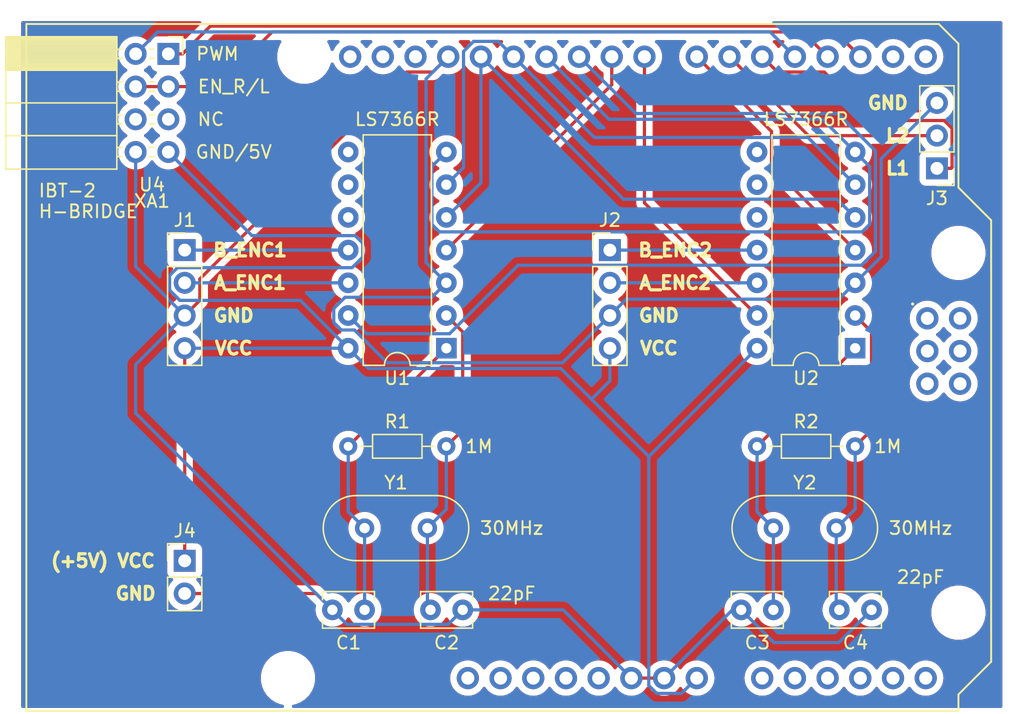
<source format=kicad_pcb>
(kicad_pcb (version 20171130) (host pcbnew "(5.1.4-0-10_14)")
  (layers (0 F.Cu signal) (31 B.Cu signal) (34 B.Paste user) (35 F.Paste user) (36 B.SilkS user) (37 F.SilkS user) (38 B.Mask user) (39 F.Mask user) (44 Edge.Cuts user))
  (net 0 "")
  (net 1 GND)
  (net 2 "Net-(C1-Pad1)")
  (net 3 "Net-(C2-Pad2)")
  (net 4 "Net-(C3-Pad1)")
  (net 5 "Net-(C4-Pad2)")
  (net 6 +5V)
  (net 7 MOSI)
  (net 8 EN_ENC1)
  (net 9 MISO)
  (net 10 A_ENC1)
  (net 11 SCK)
  (net 12 B_ENC1)
  (net 13 SS_ENC1)
  (net 14 "Net-(U1-Pad10)")
  (net 15 "Net-(U1-Pad9)")
  (net 16 "Net-(U1-Pad8)")
  (net 17 EN_ENC2)
  (net 18 A_ENC2)
  (net 19 B_ENC2)
  (net 20 "Net-(U2-Pad10)")
  (net 21 "Net-(U2-Pad9)")
  (net 22 "Net-(U2-Pad8)")
  (net 23 SS_ENC2)
  (net 24 LIMIT_2)
  (net 25 LIMIT_1)
  (net 26 PWM)
  (net 27 EN_PWM_R)
  (net 28 EN_PWM_L)
  (net 29 "Net-(U4-Pad6)")
  (net 30 "Net-(U4-Pad5)")
  (net 31 "Net-(XA1-PadMISO)")
  (net 32 "Net-(XA1-PadA5)")
  (net 33 "Net-(XA1-PadA4)")
  (net 34 "Net-(XA1-PadA3)")
  (net 35 "Net-(XA1-PadA2)")
  (net 36 "Net-(XA1-PadA1)")
  (net 37 "Net-(XA1-PadAREF)")
  (net 38 "Net-(XA1-PadSDA)")
  (net 39 "Net-(XA1-PadSCL)")
  (net 40 "Net-(XA1-PadD1)")
  (net 41 "Net-(XA1-PadD0)")
  (net 42 "Net-(XA1-PadIORF)")
  (net 43 "Net-(XA1-PadRST1)")
  (net 44 "Net-(XA1-Pad3V3)")
  (net 45 "Net-(XA1-Pad5V1)")
  (net 46 "Net-(XA1-PadA0)")
  (net 47 "Net-(XA1-Pad5V2)")
  (net 48 "Net-(XA1-PadSCK)")
  (net 49 "Net-(XA1-PadMOSI)")
  (net 50 "Net-(XA1-PadGND4)")
  (net 51 "Net-(XA1-PadRST2)")
  (module Connector_PinHeader_2.54mm:PinHeader_1x02_P2.54mm_Vertical (layer F.Cu) (at 118.11 102.87)
    (fp_text reference J4 (at 0 -2.33) (layer F.SilkS))
    (fp_text value Conn_01x02_Male)
    (fp_line (start -1.33 -1.33) (end 0 -1.33) (layer F.SilkS) (width 0.12))
    (fp_line (start -1.33 0) (end -1.33 -1.33) (layer F.SilkS) (width 0.12))
    (fp_line (start -1.33 1.27) (end 1.33 1.27) (layer F.SilkS) (width 0.12))
    (fp_line (start 1.33 1.27) (end 1.33 3.87) (layer F.SilkS) (width 0.12))
    (fp_line (start -1.33 1.27) (end -1.33 3.87) (layer F.SilkS) (width 0.12))
    (fp_line (start -1.33 3.87) (end 1.33 3.87) (layer F.SilkS) (width 0.12))
    (pad 2 thru_hole oval (at 0 2.54) (size 1.7 1.7) (drill 1) (layers *.Cu *.Mask) (net 1 GND))
    (pad 1 thru_hole rect (at 0 0) (size 1.7 1.7) (drill 1) (layers *.Cu *.Mask) (net 6 +5V))
  )
  (module Package_DIP:DIP-14_W7.62mm (layer F.Cu) (at 170.18 86.36 180)
    (fp_text reference U2 (at 3.81 -2.33) (layer F.SilkS))
    (fp_text value LS7366R)
    (fp_line (start 6.46 -1.33) (end 4.81 -1.33) (layer F.SilkS) (width 0.12))
    (fp_line (start 6.46 16.57) (end 6.46 -1.33) (layer F.SilkS) (width 0.12))
    (fp_line (start 1.16 16.57) (end 6.46 16.57) (layer F.SilkS) (width 0.12))
    (fp_line (start 1.16 -1.33) (end 1.16 16.57) (layer F.SilkS) (width 0.12))
    (fp_line (start 2.81 -1.33) (end 1.16 -1.33) (layer F.SilkS) (width 0.12))
    (fp_arc (start 3.81 -1.33) (end 2.81 -1.33) (angle -180) (layer F.SilkS) (width 0.12))
    (pad 14 thru_hole oval (at 7.62 0 180) (size 1.6 1.6) (drill 0.8) (layers *.Cu *.Mask) (net 6 +5V))
    (pad 7 thru_hole oval (at 0 15.24 180) (size 1.6 1.6) (drill 0.8) (layers *.Cu *.Mask) (net 7 MOSI))
    (pad 13 thru_hole oval (at 7.62 2.54 180) (size 1.6 1.6) (drill 0.8) (layers *.Cu *.Mask) (net 17 EN_ENC2))
    (pad 6 thru_hole oval (at 0 12.7 180) (size 1.6 1.6) (drill 0.8) (layers *.Cu *.Mask) (net 9 MISO))
    (pad 12 thru_hole oval (at 7.62 5.08 180) (size 1.6 1.6) (drill 0.8) (layers *.Cu *.Mask) (net 18 A_ENC2))
    (pad 5 thru_hole oval (at 0 10.16 180) (size 1.6 1.6) (drill 0.8) (layers *.Cu *.Mask) (net 11 SCK))
    (pad 11 thru_hole oval (at 7.62 7.62 180) (size 1.6 1.6) (drill 0.8) (layers *.Cu *.Mask) (net 19 B_ENC2))
    (pad 4 thru_hole oval (at 0 7.62 180) (size 1.6 1.6) (drill 0.8) (layers *.Cu *.Mask) (net 23 SS_ENC2))
    (pad 10 thru_hole oval (at 7.62 10.16 180) (size 1.6 1.6) (drill 0.8) (layers *.Cu *.Mask) (net 20 "Net-(U2-Pad10)"))
    (pad 3 thru_hole oval (at 0 5.08 180) (size 1.6 1.6) (drill 0.8) (layers *.Cu *.Mask) (net 1 GND))
    (pad 9 thru_hole oval (at 7.62 12.7 180) (size 1.6 1.6) (drill 0.8) (layers *.Cu *.Mask) (net 21 "Net-(U2-Pad9)"))
    (pad 2 thru_hole oval (at 0 2.54 180) (size 1.6 1.6) (drill 0.8) (layers *.Cu *.Mask) (net 5 "Net-(C4-Pad2)"))
    (pad 8 thru_hole oval (at 7.62 15.24 180) (size 1.6 1.6) (drill 0.8) (layers *.Cu *.Mask) (net 22 "Net-(U2-Pad8)"))
    (pad 1 thru_hole rect (at 0 0 180) (size 1.6 1.6) (drill 0.8) (layers *.Cu *.Mask) (net 4 "Net-(C3-Pad1)"))
  )
  (module Arduino:Arduino_Uno_Shield (layer F.Cu) (at 112.16 114.52)
    (fp_text reference XA1 (at 3.41 -39.59) (layer F.SilkS))
    (fp_text value Galileo_Gen2_Shield)
    (fp_line (start -6.35 -53.34) (end 64.516 -53.34) (layer F.SilkS) (width 0.15))
    (fp_line (start -6.35 0) (end 66.04 0) (layer F.SilkS) (width 0.15))
    (fp_line (start 64.516 -53.34) (end 66.04 -51.816) (layer F.SilkS) (width 0.15))
    (fp_line (start 66.04 0) (end 66.04 -1.27) (layer F.SilkS) (width 0.15))
    (fp_line (start 66.04 -1.27) (end 68.58 -3.81) (layer F.SilkS) (width 0.15))
    (fp_line (start 68.58 -3.81) (end 68.58 -38.1) (layer F.SilkS) (width 0.15))
    (fp_line (start 68.58 -38.1) (end 66.04 -40.64) (layer F.SilkS) (width 0.15))
    (fp_line (start 66.04 -40.64) (end 66.04 -51.816) (layer F.SilkS) (width 0.15))
    (fp_line (start -6.35 -53.34) (end -6.35 0) (layer F.SilkS) (width 0.15))
    (fp_text user . (at 62.484 -32.004) (layer F.SilkS))
    (pad MISO thru_hole oval (at 63.627 -30.48) (size 1.7272 1.7272) (drill 1.016) (layers *.Cu *.Mask) (net 31 "Net-(XA1-PadMISO)"))
    (pad A5 thru_hole oval (at 63.5 -2.54) (size 1.7272 1.7272) (drill 1.016) (layers *.Cu *.Mask) (net 32 "Net-(XA1-PadA5)"))
    (pad A4 thru_hole oval (at 60.96 -2.54) (size 1.7272 1.7272) (drill 1.016) (layers *.Cu *.Mask) (net 33 "Net-(XA1-PadA4)"))
    (pad A3 thru_hole oval (at 58.42 -2.54) (size 1.7272 1.7272) (drill 1.016) (layers *.Cu *.Mask) (net 34 "Net-(XA1-PadA3)"))
    (pad A2 thru_hole oval (at 55.88 -2.54) (size 1.7272 1.7272) (drill 1.016) (layers *.Cu *.Mask) (net 35 "Net-(XA1-PadA2)"))
    (pad A1 thru_hole oval (at 53.34 -2.54) (size 1.7272 1.7272) (drill 1.016) (layers *.Cu *.Mask) (net 36 "Net-(XA1-PadA1)"))
    (pad "" thru_hole oval (at 27.94 -2.54) (size 1.7272 1.7272) (drill 1.016) (layers *.Cu *.Mask))
    (pad D11 thru_hole oval (at 34.036 -50.8) (size 1.7272 1.7272) (drill 1.016) (layers *.Cu *.Mask) (net 7 MOSI))
    (pad D12 thru_hole oval (at 31.496 -50.8) (size 1.7272 1.7272) (drill 1.016) (layers *.Cu *.Mask) (net 9 MISO))
    (pad D13 thru_hole oval (at 28.956 -50.8) (size 1.7272 1.7272) (drill 1.016) (layers *.Cu *.Mask) (net 11 SCK))
    (pad AREF thru_hole oval (at 23.876 -50.8) (size 1.7272 1.7272) (drill 1.016) (layers *.Cu *.Mask) (net 37 "Net-(XA1-PadAREF)"))
    (pad SDA thru_hole oval (at 21.336 -50.8) (size 1.7272 1.7272) (drill 1.016) (layers *.Cu *.Mask) (net 38 "Net-(XA1-PadSDA)"))
    (pad SCL thru_hole oval (at 18.796 -50.8) (size 1.7272 1.7272) (drill 1.016) (layers *.Cu *.Mask) (net 39 "Net-(XA1-PadSCL)"))
    (pad "" np_thru_hole circle (at 13.97 -2.54) (size 3.2 3.2) (drill 3.2) (layers *.Cu *.Mask))
    (pad "" np_thru_hole circle (at 15.24 -50.8) (size 3.2 3.2) (drill 3.2) (layers *.Cu *.Mask))
    (pad "" np_thru_hole circle (at 66.04 -35.56) (size 3.2 3.2) (drill 3.2) (layers *.Cu *.Mask))
    (pad "" np_thru_hole circle (at 66.04 -7.62) (size 3.2 3.2) (drill 3.2) (layers *.Cu *.Mask))
    (pad D10 thru_hole oval (at 36.576 -50.8) (size 1.7272 1.7272) (drill 1.016) (layers *.Cu *.Mask) (net 8 EN_ENC1))
    (pad D9 thru_hole oval (at 39.116 -50.8) (size 1.7272 1.7272) (drill 1.016) (layers *.Cu *.Mask) (net 13 SS_ENC1))
    (pad D8 thru_hole oval (at 41.656 -50.8) (size 1.7272 1.7272) (drill 1.016) (layers *.Cu *.Mask) (net 17 EN_ENC2))
    (pad GND1 thru_hole oval (at 26.416 -50.8) (size 1.7272 1.7272) (drill 1.016) (layers *.Cu *.Mask) (net 1 GND))
    (pad D7 thru_hole oval (at 45.72 -50.8) (size 1.7272 1.7272) (drill 1.016) (layers *.Cu *.Mask) (net 23 SS_ENC2))
    (pad D6 thru_hole oval (at 48.26 -50.8) (size 1.7272 1.7272) (drill 1.016) (layers *.Cu *.Mask) (net 24 LIMIT_2))
    (pad D5 thru_hole oval (at 50.8 -50.8) (size 1.7272 1.7272) (drill 1.016) (layers *.Cu *.Mask) (net 25 LIMIT_1))
    (pad D4 thru_hole oval (at 53.34 -50.8) (size 1.7272 1.7272) (drill 1.016) (layers *.Cu *.Mask) (net 28 EN_PWM_L))
    (pad D3 thru_hole oval (at 55.88 -50.8) (size 1.7272 1.7272) (drill 1.016) (layers *.Cu *.Mask) (net 26 PWM))
    (pad D2 thru_hole oval (at 58.42 -50.8) (size 1.7272 1.7272) (drill 1.016) (layers *.Cu *.Mask) (net 27 EN_PWM_R))
    (pad D1 thru_hole oval (at 60.96 -50.8) (size 1.7272 1.7272) (drill 1.016) (layers *.Cu *.Mask) (net 40 "Net-(XA1-PadD1)"))
    (pad D0 thru_hole oval (at 63.5 -50.8) (size 1.7272 1.7272) (drill 1.016) (layers *.Cu *.Mask) (net 41 "Net-(XA1-PadD0)"))
    (pad IORF thru_hole oval (at 30.48 -2.54) (size 1.7272 1.7272) (drill 1.016) (layers *.Cu *.Mask) (net 42 "Net-(XA1-PadIORF)"))
    (pad RST1 thru_hole oval (at 33.02 -2.54) (size 1.7272 1.7272) (drill 1.016) (layers *.Cu *.Mask) (net 43 "Net-(XA1-PadRST1)"))
    (pad 3V3 thru_hole oval (at 35.56 -2.54) (size 1.7272 1.7272) (drill 1.016) (layers *.Cu *.Mask) (net 44 "Net-(XA1-Pad3V3)"))
    (pad 5V1 thru_hole oval (at 38.1 -2.54) (size 1.7272 1.7272) (drill 1.016) (layers *.Cu *.Mask) (net 45 "Net-(XA1-Pad5V1)"))
    (pad GND2 thru_hole oval (at 40.64 -2.54) (size 1.7272 1.7272) (drill 1.016) (layers *.Cu *.Mask) (net 1 GND))
    (pad GND3 thru_hole oval (at 43.18 -2.54) (size 1.7272 1.7272) (drill 1.016) (layers *.Cu *.Mask) (net 1 GND))
    (pad VIN thru_hole oval (at 45.72 -2.54) (size 1.7272 1.7272) (drill 1.016) (layers *.Cu *.Mask) (net 6 +5V))
    (pad A0 thru_hole oval (at 50.8 -2.54) (size 1.7272 1.7272) (drill 1.016) (layers *.Cu *.Mask) (net 46 "Net-(XA1-PadA0)"))
    (pad 5V2 thru_hole oval (at 66.167 -30.48) (size 1.7272 1.7272) (drill 1.016) (layers *.Cu *.Mask) (net 47 "Net-(XA1-Pad5V2)"))
    (pad SCK thru_hole oval (at 63.627 -27.94) (size 1.7272 1.7272) (drill 1.016) (layers *.Cu *.Mask) (net 48 "Net-(XA1-PadSCK)"))
    (pad MOSI thru_hole oval (at 66.167 -27.94) (size 1.7272 1.7272) (drill 1.016) (layers *.Cu *.Mask) (net 49 "Net-(XA1-PadMOSI)"))
    (pad GND4 thru_hole oval (at 66.167 -25.4) (size 1.7272 1.7272) (drill 1.016) (layers *.Cu *.Mask) (net 50 "Net-(XA1-PadGND4)"))
    (pad RST2 thru_hole oval (at 63.627 -25.4) (size 1.7272 1.7272) (drill 1.016) (layers *.Cu *.Mask) (net 51 "Net-(XA1-PadRST2)"))
  )
  (module Connector_PinHeader_2.54mm:PinHeader_1x04_P2.54mm_Vertical (layer F.Cu) (at 151.13 78.74)
    (fp_text reference J2 (at 0 -2.33) (layer F.SilkS))
    (fp_text value Conn_01x04_Male)
    (fp_line (start -1.33 -1.33) (end 0 -1.33) (layer F.SilkS) (width 0.12))
    (fp_line (start -1.33 0) (end -1.33 -1.33) (layer F.SilkS) (width 0.12))
    (fp_line (start -1.33 1.27) (end 1.33 1.27) (layer F.SilkS) (width 0.12))
    (fp_line (start 1.33 1.27) (end 1.33 8.95) (layer F.SilkS) (width 0.12))
    (fp_line (start -1.33 1.27) (end -1.33 8.95) (layer F.SilkS) (width 0.12))
    (fp_line (start -1.33 8.95) (end 1.33 8.95) (layer F.SilkS) (width 0.12))
    (pad 4 thru_hole oval (at 0 7.62) (size 1.7 1.7) (drill 1) (layers *.Cu *.Mask) (net 6 +5V))
    (pad 3 thru_hole oval (at 0 5.08) (size 1.7 1.7) (drill 1) (layers *.Cu *.Mask) (net 1 GND))
    (pad 2 thru_hole oval (at 0 2.54) (size 1.7 1.7) (drill 1) (layers *.Cu *.Mask) (net 18 A_ENC2))
    (pad 1 thru_hole rect (at 0 0) (size 1.7 1.7) (drill 1) (layers *.Cu *.Mask) (net 19 B_ENC2))
  )
  (module Connector_PinHeader_2.54mm:PinHeader_1x04_P2.54mm_Vertical (layer F.Cu) (at 118.11 78.74)
    (fp_text reference J1 (at 0 -2.33) (layer F.SilkS))
    (fp_text value Conn_01x04_Male)
    (fp_line (start -1.33 -1.33) (end 0 -1.33) (layer F.SilkS) (width 0.12))
    (fp_line (start -1.33 0) (end -1.33 -1.33) (layer F.SilkS) (width 0.12))
    (fp_line (start -1.33 1.27) (end 1.33 1.27) (layer F.SilkS) (width 0.12))
    (fp_line (start 1.33 1.27) (end 1.33 8.95) (layer F.SilkS) (width 0.12))
    (fp_line (start -1.33 1.27) (end -1.33 8.95) (layer F.SilkS) (width 0.12))
    (fp_line (start -1.33 8.95) (end 1.33 8.95) (layer F.SilkS) (width 0.12))
    (pad 4 thru_hole oval (at 0 7.62) (size 1.7 1.7) (drill 1) (layers *.Cu *.Mask) (net 6 +5V))
    (pad 3 thru_hole oval (at 0 5.08) (size 1.7 1.7) (drill 1) (layers *.Cu *.Mask) (net 1 GND))
    (pad 2 thru_hole oval (at 0 2.54) (size 1.7 1.7) (drill 1) (layers *.Cu *.Mask) (net 10 A_ENC1))
    (pad 1 thru_hole rect (at 0 0) (size 1.7 1.7) (drill 1) (layers *.Cu *.Mask) (net 12 B_ENC1))
  )
  (module Connector_PinHeader_2.54mm:PinHeader_1x03_P2.54mm_Vertical (layer F.Cu) (at 176.53 72.39 180)
    (fp_text reference J3 (at 0 -2.33) (layer F.SilkS))
    (fp_text value Conn_01x03_Male)
    (fp_line (start -1.33 -1.33) (end 0 -1.33) (layer F.SilkS) (width 0.12))
    (fp_line (start -1.33 0) (end -1.33 -1.33) (layer F.SilkS) (width 0.12))
    (fp_line (start -1.33 1.27) (end 1.33 1.27) (layer F.SilkS) (width 0.12))
    (fp_line (start 1.33 1.27) (end 1.33 6.41) (layer F.SilkS) (width 0.12))
    (fp_line (start -1.33 1.27) (end -1.33 6.41) (layer F.SilkS) (width 0.12))
    (fp_line (start -1.33 6.41) (end 1.33 6.41) (layer F.SilkS) (width 0.12))
    (pad 3 thru_hole oval (at 0 5.08 180) (size 1.7 1.7) (drill 1) (layers *.Cu *.Mask) (net 1 GND))
    (pad 2 thru_hole oval (at 0 2.54 180) (size 1.7 1.7) (drill 1) (layers *.Cu *.Mask) (net 24 LIMIT_2))
    (pad 1 thru_hole rect (at 0 0 180) (size 1.7 1.7) (drill 1) (layers *.Cu *.Mask) (net 25 LIMIT_1))
  )
  (module Package_DIP:DIP-14_W7.62mm (layer F.Cu) (at 138.43 86.36 180)
    (fp_text reference U1 (at 3.81 -2.33) (layer F.SilkS))
    (fp_text value LS7366R)
    (fp_line (start 6.46 -1.33) (end 4.81 -1.33) (layer F.SilkS) (width 0.12))
    (fp_line (start 6.46 16.57) (end 6.46 -1.33) (layer F.SilkS) (width 0.12))
    (fp_line (start 1.16 16.57) (end 6.46 16.57) (layer F.SilkS) (width 0.12))
    (fp_line (start 1.16 -1.33) (end 1.16 16.57) (layer F.SilkS) (width 0.12))
    (fp_line (start 2.81 -1.33) (end 1.16 -1.33) (layer F.SilkS) (width 0.12))
    (fp_arc (start 3.81 -1.33) (end 2.81 -1.33) (angle -180) (layer F.SilkS) (width 0.12))
    (pad 14 thru_hole oval (at 7.62 0 180) (size 1.6 1.6) (drill 0.8) (layers *.Cu *.Mask) (net 6 +5V))
    (pad 7 thru_hole oval (at 0 15.24 180) (size 1.6 1.6) (drill 0.8) (layers *.Cu *.Mask) (net 7 MOSI))
    (pad 13 thru_hole oval (at 7.62 2.54 180) (size 1.6 1.6) (drill 0.8) (layers *.Cu *.Mask) (net 8 EN_ENC1))
    (pad 6 thru_hole oval (at 0 12.7 180) (size 1.6 1.6) (drill 0.8) (layers *.Cu *.Mask) (net 9 MISO))
    (pad 12 thru_hole oval (at 7.62 5.08 180) (size 1.6 1.6) (drill 0.8) (layers *.Cu *.Mask) (net 10 A_ENC1))
    (pad 5 thru_hole oval (at 0 10.16 180) (size 1.6 1.6) (drill 0.8) (layers *.Cu *.Mask) (net 11 SCK))
    (pad 11 thru_hole oval (at 7.62 7.62 180) (size 1.6 1.6) (drill 0.8) (layers *.Cu *.Mask) (net 12 B_ENC1))
    (pad 4 thru_hole oval (at 0 7.62 180) (size 1.6 1.6) (drill 0.8) (layers *.Cu *.Mask) (net 13 SS_ENC1))
    (pad 10 thru_hole oval (at 7.62 10.16 180) (size 1.6 1.6) (drill 0.8) (layers *.Cu *.Mask) (net 14 "Net-(U1-Pad10)"))
    (pad 3 thru_hole oval (at 0 5.08 180) (size 1.6 1.6) (drill 0.8) (layers *.Cu *.Mask) (net 1 GND))
    (pad 9 thru_hole oval (at 7.62 12.7 180) (size 1.6 1.6) (drill 0.8) (layers *.Cu *.Mask) (net 15 "Net-(U1-Pad9)"))
    (pad 2 thru_hole oval (at 0 2.54 180) (size 1.6 1.6) (drill 0.8) (layers *.Cu *.Mask) (net 3 "Net-(C2-Pad2)"))
    (pad 8 thru_hole oval (at 7.62 15.24 180) (size 1.6 1.6) (drill 0.8) (layers *.Cu *.Mask) (net 16 "Net-(U1-Pad8)"))
    (pad 1 thru_hole rect (at 0 0 180) (size 1.6 1.6) (drill 0.8) (layers *.Cu *.Mask) (net 2 "Net-(C1-Pad1)"))
  )
  (module Crystal:Crystal_HC49-U_Vertical (layer F.Cu) (at 163.83 100.33)
    (fp_text reference Y2 (at 2.44 -3.525) (layer F.SilkS))
    (fp_text value 30MHz)
    (fp_line (start -0.685 -2.525) (end 5.565 -2.525) (layer F.SilkS) (width 0.12))
    (fp_line (start -0.685 2.525) (end 5.565 2.525) (layer F.SilkS) (width 0.12))
    (fp_arc (start -0.685 0) (end -0.685 -2.525) (angle -180) (layer F.SilkS) (width 0.12))
    (fp_arc (start 5.565 0) (end 5.565 -2.525) (angle 180) (layer F.SilkS) (width 0.12))
    (pad 1 thru_hole circle (at 0 0) (size 1.5 1.5) (drill 0.8) (layers *.Cu *.Mask) (net 4 "Net-(C3-Pad1)"))
    (pad 2 thru_hole circle (at 4.88 0) (size 1.5 1.5) (drill 0.8) (layers *.Cu *.Mask) (net 5 "Net-(C4-Pad2)"))
  )
  (module Crystal:Crystal_HC49-U_Vertical (layer F.Cu) (at 132.08 100.33)
    (fp_text reference Y1 (at 2.44 -3.525) (layer F.SilkS))
    (fp_text value 30MHz)
    (fp_line (start -0.685 -2.525) (end 5.565 -2.525) (layer F.SilkS) (width 0.12))
    (fp_line (start -0.685 2.525) (end 5.565 2.525) (layer F.SilkS) (width 0.12))
    (fp_arc (start -0.685 0) (end -0.685 -2.525) (angle -180) (layer F.SilkS) (width 0.12))
    (fp_arc (start 5.565 0) (end 5.565 -2.525) (angle 180) (layer F.SilkS) (width 0.12))
    (pad 1 thru_hole circle (at 0 0) (size 1.5 1.5) (drill 0.8) (layers *.Cu *.Mask) (net 2 "Net-(C1-Pad1)"))
    (pad 2 thru_hole circle (at 4.88 0) (size 1.5 1.5) (drill 0.8) (layers *.Cu *.Mask) (net 3 "Net-(C2-Pad2)"))
  )
  (module Connector_PinSocket_2.54mm:PinSocket_2x04_P2.54mm_Horizontal (layer F.Cu) (at 116.84 63.5)
    (fp_text reference U4 (at -1.27 10.16) (layer F.SilkS))
    (fp_text value IBT-2)
    (fp_line (start 0 -1.33) (end 1.11 -1.33) (layer F.SilkS) (width 0.12))
    (fp_line (start 1.11 -1.33) (end 1.11 0) (layer F.SilkS) (width 0.12))
    (fp_line (start -12.63 -1.33) (end -12.63 8.95) (layer F.SilkS) (width 0.12))
    (fp_line (start -12.63 8.95) (end -4 8.95) (layer F.SilkS) (width 0.12))
    (fp_line (start -4 -1.33) (end -4 8.95) (layer F.SilkS) (width 0.12))
    (fp_line (start -12.63 -1.33) (end -4 -1.33) (layer F.SilkS) (width 0.12))
    (fp_line (start -12.63 6.35) (end -4 6.35) (layer F.SilkS) (width 0.12))
    (fp_line (start -12.63 3.81) (end -4 3.81) (layer F.SilkS) (width 0.12))
    (fp_line (start -12.63 1.27) (end -4 1.27) (layer F.SilkS) (width 0.12))
    (fp_line (start -1.49 7.98) (end -1.05 7.98) (layer F.SilkS) (width 0.12))
    (fp_line (start -4 7.98) (end -3.59 7.98) (layer F.SilkS) (width 0.12))
    (fp_line (start -1.49 7.26) (end -1.05 7.26) (layer F.SilkS) (width 0.12))
    (fp_line (start -4 7.26) (end -3.59 7.26) (layer F.SilkS) (width 0.12))
    (fp_line (start -1.49 5.44) (end -1.05 5.44) (layer F.SilkS) (width 0.12))
    (fp_line (start -4 5.44) (end -3.59 5.44) (layer F.SilkS) (width 0.12))
    (fp_line (start -1.49 4.72) (end -1.05 4.72) (layer F.SilkS) (width 0.12))
    (fp_line (start -4 4.72) (end -3.59 4.72) (layer F.SilkS) (width 0.12))
    (fp_line (start -1.49 2.9) (end -1.05 2.9) (layer F.SilkS) (width 0.12))
    (fp_line (start -4 2.9) (end -3.59 2.9) (layer F.SilkS) (width 0.12))
    (fp_line (start -1.49 2.18) (end -1.05 2.18) (layer F.SilkS) (width 0.12))
    (fp_line (start -4 2.18) (end -3.59 2.18) (layer F.SilkS) (width 0.12))
    (fp_line (start -1.49 0.36) (end -1.11 0.36) (layer F.SilkS) (width 0.12))
    (fp_line (start -4 0.36) (end -3.59 0.36) (layer F.SilkS) (width 0.12))
    (fp_line (start -1.49 -0.36) (end -1.11 -0.36) (layer F.SilkS) (width 0.12))
    (fp_line (start -4 -0.36) (end -3.59 -0.36) (layer F.SilkS) (width 0.12))
    (fp_line (start -12.63 1.1519) (end -4 1.1519) (layer F.SilkS) (width 0.12))
    (fp_line (start -12.63 1.033805) (end -4 1.033805) (layer F.SilkS) (width 0.12))
    (fp_line (start -12.63 0.91571) (end -4 0.91571) (layer F.SilkS) (width 0.12))
    (fp_line (start -12.63 0.797615) (end -4 0.797615) (layer F.SilkS) (width 0.12))
    (fp_line (start -12.63 0.67952) (end -4 0.67952) (layer F.SilkS) (width 0.12))
    (fp_line (start -12.63 0.561425) (end -4 0.561425) (layer F.SilkS) (width 0.12))
    (fp_line (start -12.63 0.44333) (end -4 0.44333) (layer F.SilkS) (width 0.12))
    (fp_line (start -12.63 0.325235) (end -4 0.325235) (layer F.SilkS) (width 0.12))
    (fp_line (start -12.63 0.20714) (end -4 0.20714) (layer F.SilkS) (width 0.12))
    (fp_line (start -12.63 0.089045) (end -4 0.089045) (layer F.SilkS) (width 0.12))
    (fp_line (start -12.63 -0.02905) (end -4 -0.02905) (layer F.SilkS) (width 0.12))
    (fp_line (start -12.63 -0.147145) (end -4 -0.147145) (layer F.SilkS) (width 0.12))
    (fp_line (start -12.63 -0.26524) (end -4 -0.26524) (layer F.SilkS) (width 0.12))
    (fp_line (start -12.63 -0.383335) (end -4 -0.383335) (layer F.SilkS) (width 0.12))
    (fp_line (start -12.63 -0.50143) (end -4 -0.50143) (layer F.SilkS) (width 0.12))
    (fp_line (start -12.63 -0.619525) (end -4 -0.619525) (layer F.SilkS) (width 0.12))
    (fp_line (start -12.63 -0.73762) (end -4 -0.73762) (layer F.SilkS) (width 0.12))
    (fp_line (start -12.63 -0.855715) (end -4 -0.855715) (layer F.SilkS) (width 0.12))
    (fp_line (start -12.63 -0.97381) (end -4 -0.97381) (layer F.SilkS) (width 0.12))
    (fp_line (start -12.63 -1.091905) (end -4 -1.091905) (layer F.SilkS) (width 0.12))
    (fp_line (start -12.63 -1.21) (end -4 -1.21) (layer F.SilkS) (width 0.12))
    (pad 8 thru_hole oval (at -2.54 7.62) (size 1.7 1.7) (drill 1) (layers *.Cu *.Mask) (net 1 GND))
    (pad 7 thru_hole oval (at 0 7.62) (size 1.7 1.7) (drill 1) (layers *.Cu *.Mask) (net 6 +5V))
    (pad 6 thru_hole oval (at -2.54 5.08) (size 1.7 1.7) (drill 1) (layers *.Cu *.Mask) (net 29 "Net-(U4-Pad6)"))
    (pad 5 thru_hole oval (at 0 5.08) (size 1.7 1.7) (drill 1) (layers *.Cu *.Mask) (net 30 "Net-(U4-Pad5)"))
    (pad 4 thru_hole oval (at -2.54 2.54) (size 1.7 1.7) (drill 1) (layers *.Cu *.Mask) (net 26 PWM))
    (pad 3 thru_hole oval (at 0 2.54) (size 1.7 1.7) (drill 1) (layers *.Cu *.Mask) (net 26 PWM))
    (pad 2 thru_hole oval (at -2.54 0) (size 1.7 1.7) (drill 1) (layers *.Cu *.Mask) (net 28 EN_PWM_L))
    (pad 1 thru_hole rect (at 0 0) (size 1.7 1.7) (drill 1) (layers *.Cu *.Mask) (net 27 EN_PWM_R))
  )
  (module Resistor_THT:R_Axial_DIN0204_L3.6mm_D1.6mm_P7.62mm_Horizontal (layer F.Cu) (at 162.56 93.98)
    (fp_text reference R2 (at 3.81 -1.92) (layer F.SilkS))
    (fp_text value 1M)
    (fp_line (start 1.89 -0.92) (end 1.89 0.92) (layer F.SilkS) (width 0.12))
    (fp_line (start 1.89 0.92) (end 5.73 0.92) (layer F.SilkS) (width 0.12))
    (fp_line (start 5.73 0.92) (end 5.73 -0.92) (layer F.SilkS) (width 0.12))
    (fp_line (start 5.73 -0.92) (end 1.89 -0.92) (layer F.SilkS) (width 0.12))
    (fp_line (start 0.94 0) (end 1.89 0) (layer F.SilkS) (width 0.12))
    (fp_line (start 6.68 0) (end 5.73 0) (layer F.SilkS) (width 0.12))
    (pad 1 thru_hole circle (at 0 0) (size 1.4 1.4) (drill 0.7) (layers *.Cu *.Mask) (net 4 "Net-(C3-Pad1)"))
    (pad 2 thru_hole oval (at 7.62 0) (size 1.4 1.4) (drill 0.7) (layers *.Cu *.Mask) (net 5 "Net-(C4-Pad2)"))
  )
  (module Resistor_THT:R_Axial_DIN0204_L3.6mm_D1.6mm_P7.62mm_Horizontal (layer F.Cu) (at 130.81 93.98)
    (fp_text reference R1 (at 3.81 -1.92) (layer F.SilkS))
    (fp_text value 1M)
    (fp_line (start 1.89 -0.92) (end 1.89 0.92) (layer F.SilkS) (width 0.12))
    (fp_line (start 1.89 0.92) (end 5.73 0.92) (layer F.SilkS) (width 0.12))
    (fp_line (start 5.73 0.92) (end 5.73 -0.92) (layer F.SilkS) (width 0.12))
    (fp_line (start 5.73 -0.92) (end 1.89 -0.92) (layer F.SilkS) (width 0.12))
    (fp_line (start 0.94 0) (end 1.89 0) (layer F.SilkS) (width 0.12))
    (fp_line (start 6.68 0) (end 5.73 0) (layer F.SilkS) (width 0.12))
    (pad 1 thru_hole circle (at 0 0) (size 1.4 1.4) (drill 0.7) (layers *.Cu *.Mask) (net 2 "Net-(C1-Pad1)"))
    (pad 2 thru_hole oval (at 7.62 0) (size 1.4 1.4) (drill 0.7) (layers *.Cu *.Mask) (net 3 "Net-(C2-Pad2)"))
  )
  (module Capacitor_THT:C_Disc_D3.8mm_W2.6mm_P2.50mm (layer F.Cu) (at 171.45 106.68 180)
    (fp_text reference C4 (at 1.25 -2.55) (layer F.SilkS))
    (fp_text value 22pF)
    (fp_line (start -0.77 -1.42) (end 3.27 -1.42) (layer F.SilkS) (width 0.12))
    (fp_line (start -0.77 1.42) (end 3.27 1.42) (layer F.SilkS) (width 0.12))
    (fp_line (start -0.77 -1.42) (end -0.77 -0.795) (layer F.SilkS) (width 0.12))
    (fp_line (start -0.77 0.795) (end -0.77 1.42) (layer F.SilkS) (width 0.12))
    (fp_line (start 3.27 -1.42) (end 3.27 -0.795) (layer F.SilkS) (width 0.12))
    (fp_line (start 3.27 0.795) (end 3.27 1.42) (layer F.SilkS) (width 0.12))
    (pad 1 thru_hole circle (at 0 0 180) (size 1.6 1.6) (drill 0.8) (layers *.Cu *.Mask) (net 1 GND))
    (pad 2 thru_hole circle (at 2.5 0 180) (size 1.6 1.6) (drill 0.8) (layers *.Cu *.Mask) (net 5 "Net-(C4-Pad2)"))
  )
  (module Capacitor_THT:C_Disc_D3.8mm_W2.6mm_P2.50mm (layer F.Cu) (at 163.83 106.68 180)
    (fp_text reference C3 (at 1.25 -2.55) (layer F.SilkS))
    (fp_text value 22pF)
    (fp_line (start -0.77 -1.42) (end 3.27 -1.42) (layer F.SilkS) (width 0.12))
    (fp_line (start -0.77 1.42) (end 3.27 1.42) (layer F.SilkS) (width 0.12))
    (fp_line (start -0.77 -1.42) (end -0.77 -0.795) (layer F.SilkS) (width 0.12))
    (fp_line (start -0.77 0.795) (end -0.77 1.42) (layer F.SilkS) (width 0.12))
    (fp_line (start 3.27 -1.42) (end 3.27 -0.795) (layer F.SilkS) (width 0.12))
    (fp_line (start 3.27 0.795) (end 3.27 1.42) (layer F.SilkS) (width 0.12))
    (pad 1 thru_hole circle (at 0 0 180) (size 1.6 1.6) (drill 0.8) (layers *.Cu *.Mask) (net 4 "Net-(C3-Pad1)"))
    (pad 2 thru_hole circle (at 2.5 0 180) (size 1.6 1.6) (drill 0.8) (layers *.Cu *.Mask) (net 1 GND))
  )
  (module Capacitor_THT:C_Disc_D3.8mm_W2.6mm_P2.50mm (layer F.Cu) (at 139.7 106.68 180)
    (fp_text reference C2 (at 1.25 -2.55) (layer F.SilkS))
    (fp_text value 22pF)
    (fp_line (start -0.77 -1.42) (end 3.27 -1.42) (layer F.SilkS) (width 0.12))
    (fp_line (start -0.77 1.42) (end 3.27 1.42) (layer F.SilkS) (width 0.12))
    (fp_line (start -0.77 -1.42) (end -0.77 -0.795) (layer F.SilkS) (width 0.12))
    (fp_line (start -0.77 0.795) (end -0.77 1.42) (layer F.SilkS) (width 0.12))
    (fp_line (start 3.27 -1.42) (end 3.27 -0.795) (layer F.SilkS) (width 0.12))
    (fp_line (start 3.27 0.795) (end 3.27 1.42) (layer F.SilkS) (width 0.12))
    (pad 1 thru_hole circle (at 0 0 180) (size 1.6 1.6) (drill 0.8) (layers *.Cu *.Mask) (net 1 GND))
    (pad 2 thru_hole circle (at 2.5 0 180) (size 1.6 1.6) (drill 0.8) (layers *.Cu *.Mask) (net 3 "Net-(C2-Pad2)"))
  )
  (module Capacitor_THT:C_Disc_D3.8mm_W2.6mm_P2.50mm (layer F.Cu) (at 132.08 106.68 180)
    (fp_text reference C1 (at 1.25 -2.55) (layer F.SilkS))
    (fp_text value 22pF)
    (fp_line (start -0.77 -1.42) (end 3.27 -1.42) (layer F.SilkS) (width 0.12))
    (fp_line (start -0.77 1.42) (end 3.27 1.42) (layer F.SilkS) (width 0.12))
    (fp_line (start -0.77 -1.42) (end -0.77 -0.795) (layer F.SilkS) (width 0.12))
    (fp_line (start -0.77 0.795) (end -0.77 1.42) (layer F.SilkS) (width 0.12))
    (fp_line (start 3.27 -1.42) (end 3.27 -0.795) (layer F.SilkS) (width 0.12))
    (fp_line (start 3.27 0.795) (end 3.27 1.42) (layer F.SilkS) (width 0.12))
    (pad 1 thru_hole circle (at 0 0 180) (size 1.6 1.6) (drill 0.8) (layers *.Cu *.Mask) (net 2 "Net-(C1-Pad1)"))
    (pad 2 thru_hole circle (at 2.5 0 180) (size 1.6 1.6) (drill 0.8) (layers *.Cu *.Mask) (net 1 GND))
  )
  (gr_text "(+5V) VCC\n" (at 111.76 102.87) (layer F.SilkS) (effects (font (size 1 1) (thickness 0.25))))
  (gr_text GND (at 114.3 105.41) (layer F.SilkS) (effects (font (size 1 1) (thickness 0.25))))
  (gr_text "IBT-2\nH-BRIDGE" (at 106.68 74.93) (layer F.SilkS) (effects (font (size 1 1)) (justify left)))
  (gr_text 22pF (at 143.51 105.41) (layer F.SilkS) (effects (font (size 1 1))))
  (gr_text 30MHz (at 143.51 100.33) (layer F.SilkS) (effects (font (size 1 1))))
  (gr_text 1M (at 140.97 93.98) (layer F.SilkS) (effects (font (size 1 1))))
  (gr_text LS7366R (at 134.62 68.58) (layer F.SilkS) (effects (font (size 1 1))))
  (gr_text GND/5V (at 121.92 71.12) (layer F.SilkS) (effects (font (size 1 1))))
  (gr_text "  NC" (at 119.38 68.58) (layer F.SilkS) (effects (font (size 1 1))))
  (gr_text EN_R/L (at 121.92 66.04) (layer F.SilkS) (effects (font (size 1 1))))
  (gr_text PWM (at 120.65 63.5) (layer F.SilkS) (effects (font (size 1 1))))
  (gr_text LS7366R (at 166.37 68.58) (layer F.SilkS) (effects (font (size 1 1))))
  (gr_text 1M (at 172.72 93.98) (layer F.SilkS) (effects (font (size 1 1))))
  (gr_text 22pF (at 175.26 104.14) (layer F.SilkS) (effects (font (size 1 1))))
  (gr_text 30MHz (at 175.26 100.33) (layer F.SilkS) (effects (font (size 1 1))))
  (gr_text B_ENC1 (at 123.19 78.74) (layer F.SilkS) (effects (font (size 1 1) (thickness 0.25))))
  (gr_text GND (at 121.92 83.82) (layer F.SilkS) (effects (font (size 1 1) (thickness 0.25))))
  (gr_text A_ENC1 (at 123.19 81.28) (layer F.SilkS) (effects (font (size 1 1) (thickness 0.25))))
  (gr_text VCC (at 121.92 86.36) (layer F.SilkS) (effects (font (size 1 1) (thickness 0.25))))
  (gr_text B_ENC2 (at 156.21 78.74) (layer F.SilkS) (effects (font (size 1 1) (thickness 0.25))))
  (gr_text A_ENC2 (at 156.21 81.28) (layer F.SilkS) (effects (font (size 1 1) (thickness 0.25))))
  (gr_text VCC (at 154.94 86.36) (layer F.SilkS) (effects (font (size 1 1) (thickness 0.25))))
  (gr_text GND (at 154.94 83.82) (layer F.SilkS) (effects (font (size 1 1) (thickness 0.25))))
  (gr_text GND (at 172.72 67.31) (layer F.SilkS) (effects (font (size 1 1) (thickness 0.25))))
  (gr_text "  L2" (at 172.72 69.85) (layer F.SilkS) (effects (font (size 1 1) (thickness 0.25))))
  (gr_text "  L1" (at 172.72 72.39) (layer F.SilkS) (effects (font (size 1 1) (thickness 0.25))))
  (segment (start 138.900001 107.479999) (end 139.7 106.68) (width 0.25) (layer B.Cu) (net 1))
  (segment (start 138.574999 107.805001) (end 138.900001 107.479999) (width 0.25) (layer B.Cu) (net 1))
  (segment (start 130.705001 107.805001) (end 138.574999 107.805001) (width 0.25) (layer B.Cu) (net 1))
  (segment (start 129.58 106.68) (end 130.705001 107.805001) (width 0.25) (layer B.Cu) (net 1))
  (segment (start 147.5 106.68) (end 152.8 111.98) (width 0.25) (layer B.Cu) (net 1))
  (segment (start 139.7 106.68) (end 147.5 106.68) (width 0.25) (layer B.Cu) (net 1))
  (segment (start 160.64 106.68) (end 161.33 106.68) (width 0.25) (layer B.Cu) (net 1))
  (segment (start 155.34 111.98) (end 160.64 106.68) (width 0.25) (layer B.Cu) (net 1))
  (segment (start 168.91 109.22) (end 170.650001 107.479999) (width 0.25) (layer B.Cu) (net 1))
  (segment (start 170.650001 107.479999) (end 171.45 106.68) (width 0.25) (layer B.Cu) (net 1))
  (segment (start 163.87 109.22) (end 168.91 109.22) (width 0.25) (layer B.Cu) (net 1))
  (segment (start 161.33 106.68) (end 163.87 109.22) (width 0.25) (layer B.Cu) (net 1))
  (segment (start 128.780001 105.880001) (end 129.58 106.68) (width 0.25) (layer B.Cu) (net 1))
  (segment (start 114.3 91.4) (end 128.780001 105.880001) (width 0.25) (layer B.Cu) (net 1))
  (segment (start 114.3 87.63) (end 114.3 91.4) (width 0.25) (layer B.Cu) (net 1))
  (segment (start 118.11 83.82) (end 114.3 87.63) (width 0.25) (layer B.Cu) (net 1))
  (segment (start 114.3 80.01) (end 118.11 83.82) (width 0.25) (layer B.Cu) (net 1))
  (segment (start 114.3 71.12) (end 114.3 80.01) (width 0.25) (layer B.Cu) (net 1))
  (segment (start 137.712401 64.583599) (end 138.576 63.72) (width 0.25) (layer B.Cu) (net 1))
  (segment (start 136.854989 65.441011) (end 137.712401 64.583599) (width 0.25) (layer B.Cu) (net 1))
  (segment (start 136.854989 79.704989) (end 136.854989 65.441011) (width 0.25) (layer B.Cu) (net 1))
  (segment (start 138.43 81.28) (end 136.854989 79.704989) (width 0.25) (layer B.Cu) (net 1))
  (segment (start 175.680001 68.159999) (end 176.53 67.31) (width 0.25) (layer B.Cu) (net 1))
  (segment (start 172.20502 79.25498) (end 172.20502 71.63498) (width 0.25) (layer B.Cu) (net 1))
  (segment (start 172.20502 71.63498) (end 175.680001 68.159999) (width 0.25) (layer B.Cu) (net 1))
  (segment (start 170.18 81.28) (end 172.20502 79.25498) (width 0.25) (layer B.Cu) (net 1))
  (segment (start 151.979999 82.970001) (end 151.13 83.82) (width 0.25) (layer B.Cu) (net 1))
  (segment (start 168.91 82.55) (end 152.4 82.55) (width 0.25) (layer B.Cu) (net 1))
  (segment (start 152.4 82.55) (end 151.979999 82.970001) (width 0.25) (layer B.Cu) (net 1))
  (segment (start 170.18 81.28) (end 168.91 82.55) (width 0.25) (layer B.Cu) (net 1))
  (segment (start 137.304999 82.405001) (end 137.630001 82.079999) (width 0.25) (layer B.Cu) (net 1))
  (segment (start 129.684999 83.279999) (end 130.559997 82.405001) (width 0.25) (layer B.Cu) (net 1))
  (segment (start 129.684999 84.360001) (end 129.684999 83.279999) (width 0.25) (layer B.Cu) (net 1))
  (segment (start 130.559997 82.405001) (end 137.304999 82.405001) (width 0.25) (layer B.Cu) (net 1))
  (segment (start 131.298591 84.945001) (end 130.269999 84.945001) (width 0.25) (layer B.Cu) (net 1))
  (segment (start 133.838591 87.485001) (end 131.298591 84.945001) (width 0.25) (layer B.Cu) (net 1))
  (segment (start 130.269999 84.945001) (end 129.684999 84.360001) (width 0.25) (layer B.Cu) (net 1))
  (segment (start 147.464999 87.485001) (end 133.838591 87.485001) (width 0.25) (layer B.Cu) (net 1))
  (segment (start 137.630001 82.079999) (end 138.43 81.28) (width 0.25) (layer B.Cu) (net 1))
  (segment (start 151.13 83.82) (end 147.464999 87.485001) (width 0.25) (layer B.Cu) (net 1))
  (segment (start 137.712401 64.583599) (end 138.576 63.72) (width 0.25) (layer F.Cu) (net 1))
  (segment (start 137.387399 64.908601) (end 137.712401 64.583599) (width 0.25) (layer F.Cu) (net 1))
  (segment (start 135.356397 64.908601) (end 137.387399 64.908601) (width 0.25) (layer F.Cu) (net 1))
  (segment (start 119.285001 80.979997) (end 135.356397 64.908601) (width 0.25) (layer F.Cu) (net 1))
  (segment (start 119.285001 82.644999) (end 119.285001 80.979997) (width 0.25) (layer F.Cu) (net 1))
  (segment (start 118.11 83.82) (end 119.285001 82.644999) (width 0.25) (layer F.Cu) (net 1))
  (segment (start 128.31 105.41) (end 129.58 106.68) (width 0.25) (layer F.Cu) (net 1))
  (segment (start 118.11 105.41) (end 128.31 105.41) (width 0.25) (layer F.Cu) (net 1))
  (segment (start 152.8 111.98) (end 155.34 111.98) (width 0.25) (layer F.Cu) (net 1))
  (segment (start 130.81 99.06) (end 132.08 100.33) (width 0.25) (layer B.Cu) (net 2))
  (segment (start 130.81 93.98) (end 130.81 99.06) (width 0.25) (layer B.Cu) (net 2))
  (segment (start 132.08 100.33) (end 132.08 106.68) (width 0.25) (layer B.Cu) (net 2))
  (segment (start 130.81 93.98) (end 138.43 86.36) (width 0.25) (layer F.Cu) (net 2))
  (segment (start 138.43 98.86) (end 136.96 100.33) (width 0.25) (layer B.Cu) (net 3))
  (segment (start 138.43 93.98) (end 138.43 98.86) (width 0.25) (layer B.Cu) (net 3))
  (segment (start 136.96 106.44) (end 137.2 106.68) (width 0.25) (layer B.Cu) (net 3))
  (segment (start 136.96 100.33) (end 136.96 106.44) (width 0.25) (layer B.Cu) (net 3))
  (segment (start 139.229999 84.619999) (end 138.43 83.82) (width 0.25) (layer F.Cu) (net 3))
  (segment (start 139.7 92.71) (end 139.7 85.09) (width 0.25) (layer F.Cu) (net 3))
  (segment (start 139.7 85.09) (end 139.229999 84.619999) (width 0.25) (layer F.Cu) (net 3))
  (segment (start 138.43 93.98) (end 139.7 92.71) (width 0.25) (layer F.Cu) (net 3))
  (segment (start 163.83 106.68) (end 163.83 100.33) (width 0.25) (layer B.Cu) (net 4))
  (segment (start 162.56 99.06) (end 163.83 100.33) (width 0.25) (layer B.Cu) (net 4))
  (segment (start 162.56 93.98) (end 162.56 99.06) (width 0.25) (layer B.Cu) (net 4))
  (segment (start 162.56 93.98) (end 170.18 86.36) (width 0.25) (layer F.Cu) (net 4))
  (segment (start 170.18 98.86) (end 168.71 100.33) (width 0.25) (layer B.Cu) (net 5))
  (segment (start 170.18 93.98) (end 170.18 98.86) (width 0.25) (layer B.Cu) (net 5))
  (segment (start 168.71 106.44) (end 168.95 106.68) (width 0.25) (layer B.Cu) (net 5))
  (segment (start 168.71 100.33) (end 168.71 106.44) (width 0.25) (layer B.Cu) (net 5))
  (segment (start 171.45 92.71) (end 171.45 85.09) (width 0.25) (layer F.Cu) (net 5))
  (segment (start 170.979999 84.619999) (end 170.18 83.82) (width 0.25) (layer F.Cu) (net 5))
  (segment (start 171.45 85.09) (end 170.979999 84.619999) (width 0.25) (layer F.Cu) (net 5))
  (segment (start 170.18 93.98) (end 171.45 92.71) (width 0.25) (layer F.Cu) (net 5))
  (segment (start 157.016401 112.843599) (end 157.88 111.98) (width 0.25) (layer B.Cu) (net 6))
  (segment (start 156.691399 113.168601) (end 157.016401 112.843599) (width 0.25) (layer B.Cu) (net 6))
  (segment (start 154.769471 113.168601) (end 156.691399 113.168601) (width 0.25) (layer B.Cu) (net 6))
  (segment (start 154.151399 112.550529) (end 154.769471 113.168601) (width 0.25) (layer B.Cu) (net 6))
  (segment (start 154.151399 94.768601) (end 154.151399 112.550529) (width 0.25) (layer B.Cu) (net 6))
  (segment (start 162.56 86.36) (end 154.151399 94.768601) (width 0.25) (layer B.Cu) (net 6))
  (segment (start 132.385011 87.935011) (end 147.317809 87.935011) (width 0.25) (layer B.Cu) (net 6))
  (segment (start 130.81 86.36) (end 132.385011 87.935011) (width 0.25) (layer B.Cu) (net 6))
  (segment (start 130.010001 85.560001) (end 130.81 86.36) (width 0.25) (layer B.Cu) (net 6))
  (segment (start 116.934999 81.844001) (end 117.735997 82.644999) (width 0.25) (layer B.Cu) (net 6))
  (segment (start 116.934999 80.715999) (end 116.934999 81.844001) (width 0.25) (layer B.Cu) (net 6))
  (segment (start 117.735997 82.644999) (end 127.094999 82.644999) (width 0.25) (layer B.Cu) (net 6))
  (segment (start 117.545999 80.104999) (end 116.934999 80.715999) (width 0.25) (layer B.Cu) (net 6))
  (segment (start 127.094999 82.644999) (end 130.010001 85.560001) (width 0.25) (layer B.Cu) (net 6))
  (segment (start 131.110003 80.104999) (end 117.545999 80.104999) (width 0.25) (layer B.Cu) (net 6))
  (segment (start 131.935001 79.280001) (end 131.110003 80.104999) (width 0.25) (layer B.Cu) (net 6))
  (segment (start 131.935001 78.199999) (end 131.935001 79.280001) (width 0.25) (layer B.Cu) (net 6))
  (segment (start 131.350001 77.614999) (end 131.935001 78.199999) (width 0.25) (layer B.Cu) (net 6))
  (segment (start 123.334999 77.614999) (end 131.350001 77.614999) (width 0.25) (layer B.Cu) (net 6))
  (segment (start 116.84 71.12) (end 123.334999 77.614999) (width 0.25) (layer B.Cu) (net 6))
  (segment (start 118.11 86.36) (end 130.81 86.36) (width 0.25) (layer B.Cu) (net 6))
  (segment (start 151.13 88.9) (end 149.706399 90.323601) (width 0.25) (layer B.Cu) (net 6))
  (segment (start 151.13 86.36) (end 151.13 88.9) (width 0.25) (layer B.Cu) (net 6))
  (segment (start 149.706399 90.323601) (end 154.151399 94.768601) (width 0.25) (layer B.Cu) (net 6))
  (segment (start 147.317809 87.935011) (end 149.706399 90.323601) (width 0.25) (layer B.Cu) (net 6))
  (segment (start 118.11 102.87) (end 118.11 86.36) (width 0.25) (layer F.Cu) (net 6))
  (segment (start 145.83 63.72) (end 146.196 63.72) (width 0.25) (layer B.Cu) (net 7))
  (segment (start 151.056 68.58) (end 146.196 63.72) (width 0.25) (layer B.Cu) (net 7))
  (segment (start 167.64 68.58) (end 151.056 68.58) (width 0.25) (layer B.Cu) (net 7))
  (segment (start 170.18 71.12) (end 167.64 68.58) (width 0.25) (layer B.Cu) (net 7))
  (segment (start 170.979999 71.919999) (end 170.18 71.12) (width 0.25) (layer B.Cu) (net 7))
  (segment (start 171.305001 76.740001) (end 171.305001 72.245001) (width 0.25) (layer B.Cu) (net 7))
  (segment (start 170.720001 77.325001) (end 171.305001 76.740001) (width 0.25) (layer B.Cu) (net 7))
  (segment (start 137.889999 77.325001) (end 170.720001 77.325001) (width 0.25) (layer B.Cu) (net 7))
  (segment (start 171.305001 72.245001) (end 170.979999 71.919999) (width 0.25) (layer B.Cu) (net 7))
  (segment (start 137.304999 76.740001) (end 137.889999 77.325001) (width 0.25) (layer B.Cu) (net 7))
  (segment (start 137.304999 72.245001) (end 137.304999 76.740001) (width 0.25) (layer B.Cu) (net 7))
  (segment (start 138.43 71.12) (end 137.304999 72.245001) (width 0.25) (layer B.Cu) (net 7))
  (segment (start 171.75501 78.829992) (end 171.75501 71.030008) (width 0.25) (layer B.Cu) (net 8))
  (segment (start 170.670001 79.915001) (end 171.75501 78.829992) (width 0.25) (layer B.Cu) (net 8))
  (segment (start 144.000001 79.915001) (end 170.670001 79.915001) (width 0.25) (layer B.Cu) (net 8))
  (segment (start 138.680003 85.234999) (end 144.000001 79.915001) (width 0.25) (layer B.Cu) (net 8))
  (segment (start 132.224999 85.234999) (end 138.680003 85.234999) (width 0.25) (layer B.Cu) (net 8))
  (segment (start 130.81 83.82) (end 132.224999 85.234999) (width 0.25) (layer B.Cu) (net 8))
  (segment (start 149.599599 64.583599) (end 148.736 63.72) (width 0.25) (layer B.Cu) (net 8))
  (segment (start 153.14599 68.12999) (end 149.599599 64.583599) (width 0.25) (layer B.Cu) (net 8))
  (segment (start 168.854992 68.12999) (end 153.14599 68.12999) (width 0.25) (layer B.Cu) (net 8))
  (segment (start 171.75501 71.030008) (end 168.854992 68.12999) (width 0.25) (layer B.Cu) (net 8))
  (segment (start 144.519599 64.583599) (end 143.656 63.72) (width 0.25) (layer B.Cu) (net 9))
  (segment (start 149.930999 69.994999) (end 144.519599 64.583599) (width 0.25) (layer B.Cu) (net 9))
  (segment (start 166.514999 69.994999) (end 149.930999 69.994999) (width 0.25) (layer B.Cu) (net 9))
  (segment (start 170.18 73.66) (end 166.514999 69.994999) (width 0.25) (layer B.Cu) (net 9))
  (segment (start 142.792401 62.856401) (end 143.656 63.72) (width 0.25) (layer B.Cu) (net 9))
  (segment (start 140.545471 62.531399) (end 142.467399 62.531399) (width 0.25) (layer B.Cu) (net 9))
  (segment (start 139.764601 63.312269) (end 140.545471 62.531399) (width 0.25) (layer B.Cu) (net 9))
  (segment (start 142.467399 62.531399) (end 142.792401 62.856401) (width 0.25) (layer B.Cu) (net 9))
  (segment (start 139.764601 72.325399) (end 139.764601 63.312269) (width 0.25) (layer B.Cu) (net 9))
  (segment (start 138.43 73.66) (end 139.764601 72.325399) (width 0.25) (layer B.Cu) (net 9))
  (segment (start 118.11 81.28) (end 130.81 81.28) (width 0.25) (layer B.Cu) (net 10))
  (segment (start 141.979599 64.583599) (end 141.116 63.72) (width 0.25) (layer B.Cu) (net 11))
  (segment (start 152.181001 74.785001) (end 141.979599 64.583599) (width 0.25) (layer B.Cu) (net 11))
  (segment (start 168.765001 74.785001) (end 152.181001 74.785001) (width 0.25) (layer B.Cu) (net 11))
  (segment (start 170.18 76.2) (end 168.765001 74.785001) (width 0.25) (layer B.Cu) (net 11))
  (segment (start 141.116 73.514) (end 141.116 63.72) (width 0.25) (layer B.Cu) (net 11))
  (segment (start 138.43 76.2) (end 141.116 73.514) (width 0.25) (layer B.Cu) (net 11))
  (segment (start 118.11 78.74) (end 130.81 78.74) (width 0.25) (layer B.Cu) (net 12))
  (segment (start 151.276 65.894) (end 138.43 78.74) (width 0.25) (layer F.Cu) (net 13))
  (segment (start 151.276 63.72) (end 151.276 65.894) (width 0.25) (layer F.Cu) (net 13))
  (segment (start 153.816 75.076) (end 162.56 83.82) (width 0.25) (layer F.Cu) (net 17))
  (segment (start 153.816 63.72) (end 153.816 75.076) (width 0.25) (layer F.Cu) (net 17))
  (segment (start 151.13 81.28) (end 162.56 81.28) (width 0.25) (layer B.Cu) (net 18))
  (segment (start 151.13 78.74) (end 162.56 78.74) (width 0.25) (layer B.Cu) (net 19))
  (segment (start 169.380001 77.940001) (end 170.18 78.74) (width 0.25) (layer F.Cu) (net 23))
  (segment (start 163.685001 72.245001) (end 169.380001 77.940001) (width 0.25) (layer F.Cu) (net 23))
  (segment (start 163.685001 69.525001) (end 163.685001 72.245001) (width 0.25) (layer F.Cu) (net 23))
  (segment (start 157.88 63.72) (end 163.685001 69.525001) (width 0.25) (layer F.Cu) (net 23))
  (segment (start 166.55 69.85) (end 176.53 69.85) (width 0.25) (layer F.Cu) (net 24))
  (segment (start 160.42 63.72) (end 166.55 69.85) (width 0.25) (layer F.Cu) (net 24))
  (segment (start 177.705001 69.285999) (end 177.705001 72.314999) (width 0.25) (layer F.Cu) (net 25))
  (segment (start 177.63 72.39) (end 176.53 72.39) (width 0.25) (layer F.Cu) (net 25))
  (segment (start 171.544999 68.674999) (end 177.094001 68.674999) (width 0.25) (layer F.Cu) (net 25))
  (segment (start 177.705001 72.314999) (end 177.63 72.39) (width 0.25) (layer F.Cu) (net 25))
  (segment (start 177.094001 68.674999) (end 177.705001 69.285999) (width 0.25) (layer F.Cu) (net 25))
  (segment (start 167.778601 64.908601) (end 171.544999 68.674999) (width 0.25) (layer F.Cu) (net 25))
  (segment (start 164.148601 64.908601) (end 167.778601 64.908601) (width 0.25) (layer F.Cu) (net 25))
  (segment (start 162.96 63.72) (end 164.148601 64.908601) (width 0.25) (layer F.Cu) (net 25))
  (segment (start 114.3 66.04) (end 116.84 66.04) (width 0.25) (layer F.Cu) (net 26))
  (segment (start 116.84 66.04) (end 120.65 66.04) (width 0.25) (layer F.Cu) (net 26))
  (segment (start 167.176401 62.856401) (end 168.04 63.72) (width 0.25) (layer F.Cu) (net 26))
  (segment (start 166.114999 61.794999) (end 167.176401 62.856401) (width 0.25) (layer F.Cu) (net 26))
  (segment (start 124.895001 61.794999) (end 166.114999 61.794999) (width 0.25) (layer F.Cu) (net 26))
  (segment (start 120.65 66.04) (end 124.895001 61.794999) (width 0.25) (layer F.Cu) (net 26))
  (segment (start 169.716401 62.856401) (end 170.58 63.72) (width 0.25) (layer F.Cu) (net 27))
  (segment (start 168.20499 61.34499) (end 169.716401 62.856401) (width 0.25) (layer F.Cu) (net 27))
  (segment (start 120.09501 61.34499) (end 168.20499 61.34499) (width 0.25) (layer F.Cu) (net 27))
  (segment (start 117.94 63.5) (end 120.09501 61.34499) (width 0.25) (layer F.Cu) (net 27))
  (segment (start 116.84 63.5) (end 117.94 63.5) (width 0.25) (layer F.Cu) (net 27))
  (segment (start 163.574999 61.794999) (end 164.636401 62.856401) (width 0.25) (layer B.Cu) (net 28))
  (segment (start 164.636401 62.856401) (end 165.5 63.72) (width 0.25) (layer B.Cu) (net 28))
  (segment (start 116.005001 61.794999) (end 163.574999 61.794999) (width 0.25) (layer B.Cu) (net 28))
  (segment (start 114.3 63.5) (end 116.005001 61.794999) (width 0.25) (layer B.Cu) (net 28))
  (zone (net 0) (net_name "") (layer B.Cu) (connect_pads (clearance 0.508)) (min_thickness 0.254) (fill yes (arc_segments 32) (thermal_gap 0.508) (thermal_bridge_width 0.508))
    (polygon (pts (xy 105.41 60.96) (xy 181.61 60.96) (xy 181.61 114.3) (xy 105.41 114.3)))
  )
  (zone (net 0) (net_name "") (layer F.Cu) (connect_pads (clearance 0.508)) (min_thickness 0.254) (fill yes (arc_segments 32) (thermal_gap 0.508) (thermal_bridge_width 0.508))
    (polygon (pts (xy 105.41 60.96) (xy 181.61 60.96) (xy 181.61 114.3) (xy 105.41 114.3)))
  )
)
</source>
